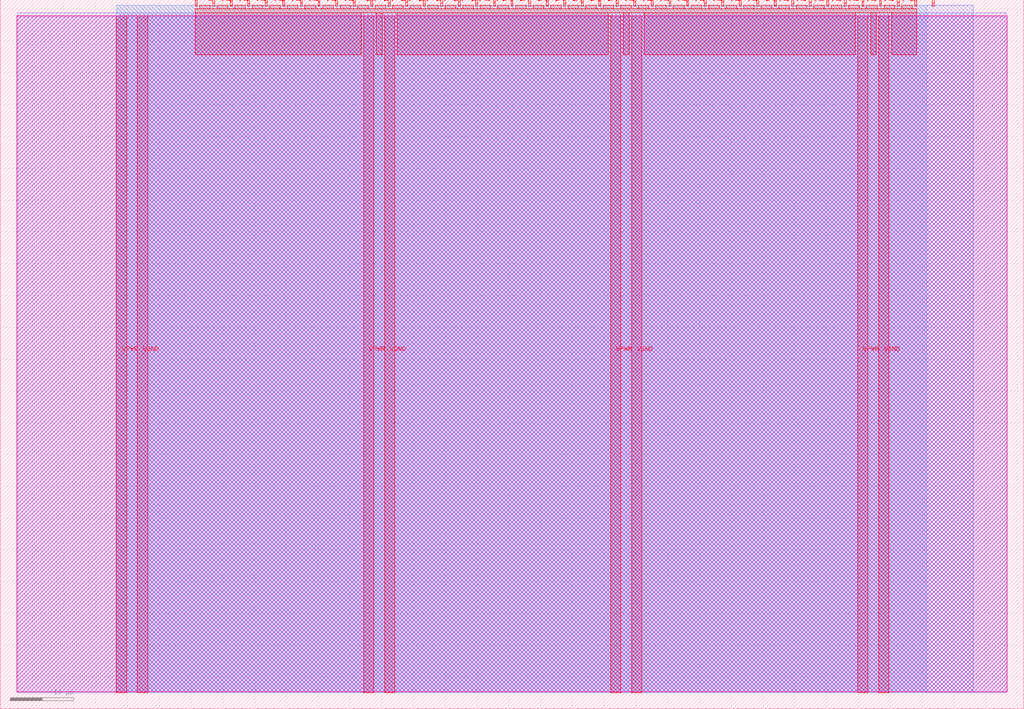
<source format=lef>
VERSION 5.7 ;
  NOWIREEXTENSIONATPIN ON ;
  DIVIDERCHAR "/" ;
  BUSBITCHARS "[]" ;
MACRO tt_um_htfab_checkers
  CLASS BLOCK ;
  FOREIGN tt_um_htfab_checkers ;
  ORIGIN 0.000 0.000 ;
  SIZE 161.000 BY 111.520 ;
  PIN VGND
    DIRECTION INOUT ;
    USE GROUND ;
    PORT
      LAYER met4 ;
        RECT 21.580 2.480 23.180 109.040 ;
    END
    PORT
      LAYER met4 ;
        RECT 60.450 2.480 62.050 109.040 ;
    END
    PORT
      LAYER met4 ;
        RECT 99.320 2.480 100.920 109.040 ;
    END
    PORT
      LAYER met4 ;
        RECT 138.190 2.480 139.790 109.040 ;
    END
  END VGND
  PIN VPWR
    DIRECTION INOUT ;
    USE POWER ;
    PORT
      LAYER met4 ;
        RECT 18.280 2.480 19.880 109.040 ;
    END
    PORT
      LAYER met4 ;
        RECT 57.150 2.480 58.750 109.040 ;
    END
    PORT
      LAYER met4 ;
        RECT 96.020 2.480 97.620 109.040 ;
    END
    PORT
      LAYER met4 ;
        RECT 134.890 2.480 136.490 109.040 ;
    END
  END VPWR
  PIN clk
    DIRECTION INPUT ;
    USE SIGNAL ;
    ANTENNAGATEAREA 0.852000 ;
    PORT
      LAYER met4 ;
        RECT 143.830 110.520 144.130 111.520 ;
    END
  END clk
  PIN ena
    DIRECTION INPUT ;
    USE SIGNAL ;
    PORT
      LAYER met4 ;
        RECT 146.590 110.520 146.890 111.520 ;
    END
  END ena
  PIN rst_n
    DIRECTION INPUT ;
    USE SIGNAL ;
    ANTENNAGATEAREA 0.196500 ;
    PORT
      LAYER met4 ;
        RECT 141.070 110.520 141.370 111.520 ;
    END
  END rst_n
  PIN ui_in[0]
    DIRECTION INPUT ;
    USE SIGNAL ;
    ANTENNAGATEAREA 0.196500 ;
    PORT
      LAYER met4 ;
        RECT 138.310 110.520 138.610 111.520 ;
    END
  END ui_in[0]
  PIN ui_in[1]
    DIRECTION INPUT ;
    USE SIGNAL ;
    ANTENNAGATEAREA 0.213000 ;
    PORT
      LAYER met4 ;
        RECT 135.550 110.520 135.850 111.520 ;
    END
  END ui_in[1]
  PIN ui_in[2]
    DIRECTION INPUT ;
    USE SIGNAL ;
    ANTENNAGATEAREA 0.213000 ;
    PORT
      LAYER met4 ;
        RECT 132.790 110.520 133.090 111.520 ;
    END
  END ui_in[2]
  PIN ui_in[3]
    DIRECTION INPUT ;
    USE SIGNAL ;
    ANTENNAGATEAREA 0.196500 ;
    PORT
      LAYER met4 ;
        RECT 130.030 110.520 130.330 111.520 ;
    END
  END ui_in[3]
  PIN ui_in[4]
    DIRECTION INPUT ;
    USE SIGNAL ;
    ANTENNAGATEAREA 0.196500 ;
    PORT
      LAYER met4 ;
        RECT 127.270 110.520 127.570 111.520 ;
    END
  END ui_in[4]
  PIN ui_in[5]
    DIRECTION INPUT ;
    USE SIGNAL ;
    ANTENNAGATEAREA 0.196500 ;
    PORT
      LAYER met4 ;
        RECT 124.510 110.520 124.810 111.520 ;
    END
  END ui_in[5]
  PIN ui_in[6]
    DIRECTION INPUT ;
    USE SIGNAL ;
    ANTENNAGATEAREA 0.196500 ;
    PORT
      LAYER met4 ;
        RECT 121.750 110.520 122.050 111.520 ;
    END
  END ui_in[6]
  PIN ui_in[7]
    DIRECTION INPUT ;
    USE SIGNAL ;
    ANTENNAGATEAREA 0.126000 ;
    PORT
      LAYER met4 ;
        RECT 118.990 110.520 119.290 111.520 ;
    END
  END ui_in[7]
  PIN uio_in[0]
    DIRECTION INPUT ;
    USE SIGNAL ;
    PORT
      LAYER met4 ;
        RECT 116.230 110.520 116.530 111.520 ;
    END
  END uio_in[0]
  PIN uio_in[1]
    DIRECTION INPUT ;
    USE SIGNAL ;
    PORT
      LAYER met4 ;
        RECT 113.470 110.520 113.770 111.520 ;
    END
  END uio_in[1]
  PIN uio_in[2]
    DIRECTION INPUT ;
    USE SIGNAL ;
    PORT
      LAYER met4 ;
        RECT 110.710 110.520 111.010 111.520 ;
    END
  END uio_in[2]
  PIN uio_in[3]
    DIRECTION INPUT ;
    USE SIGNAL ;
    PORT
      LAYER met4 ;
        RECT 107.950 110.520 108.250 111.520 ;
    END
  END uio_in[3]
  PIN uio_in[4]
    DIRECTION INPUT ;
    USE SIGNAL ;
    PORT
      LAYER met4 ;
        RECT 105.190 110.520 105.490 111.520 ;
    END
  END uio_in[4]
  PIN uio_in[5]
    DIRECTION INPUT ;
    USE SIGNAL ;
    PORT
      LAYER met4 ;
        RECT 102.430 110.520 102.730 111.520 ;
    END
  END uio_in[5]
  PIN uio_in[6]
    DIRECTION INPUT ;
    USE SIGNAL ;
    PORT
      LAYER met4 ;
        RECT 99.670 110.520 99.970 111.520 ;
    END
  END uio_in[6]
  PIN uio_in[7]
    DIRECTION INPUT ;
    USE SIGNAL ;
    PORT
      LAYER met4 ;
        RECT 96.910 110.520 97.210 111.520 ;
    END
  END uio_in[7]
  PIN uio_oe[0]
    DIRECTION OUTPUT ;
    USE SIGNAL ;
    PORT
      LAYER met4 ;
        RECT 49.990 110.520 50.290 111.520 ;
    END
  END uio_oe[0]
  PIN uio_oe[1]
    DIRECTION OUTPUT ;
    USE SIGNAL ;
    PORT
      LAYER met4 ;
        RECT 47.230 110.520 47.530 111.520 ;
    END
  END uio_oe[1]
  PIN uio_oe[2]
    DIRECTION OUTPUT ;
    USE SIGNAL ;
    PORT
      LAYER met4 ;
        RECT 44.470 110.520 44.770 111.520 ;
    END
  END uio_oe[2]
  PIN uio_oe[3]
    DIRECTION OUTPUT ;
    USE SIGNAL ;
    PORT
      LAYER met4 ;
        RECT 41.710 110.520 42.010 111.520 ;
    END
  END uio_oe[3]
  PIN uio_oe[4]
    DIRECTION OUTPUT ;
    USE SIGNAL ;
    PORT
      LAYER met4 ;
        RECT 38.950 110.520 39.250 111.520 ;
    END
  END uio_oe[4]
  PIN uio_oe[5]
    DIRECTION OUTPUT ;
    USE SIGNAL ;
    PORT
      LAYER met4 ;
        RECT 36.190 110.520 36.490 111.520 ;
    END
  END uio_oe[5]
  PIN uio_oe[6]
    DIRECTION OUTPUT ;
    USE SIGNAL ;
    PORT
      LAYER met4 ;
        RECT 33.430 110.520 33.730 111.520 ;
    END
  END uio_oe[6]
  PIN uio_oe[7]
    DIRECTION OUTPUT ;
    USE SIGNAL ;
    PORT
      LAYER met4 ;
        RECT 30.670 110.520 30.970 111.520 ;
    END
  END uio_oe[7]
  PIN uio_out[0]
    DIRECTION OUTPUT ;
    USE SIGNAL ;
    PORT
      LAYER met4 ;
        RECT 72.070 110.520 72.370 111.520 ;
    END
  END uio_out[0]
  PIN uio_out[1]
    DIRECTION OUTPUT ;
    USE SIGNAL ;
    PORT
      LAYER met4 ;
        RECT 69.310 110.520 69.610 111.520 ;
    END
  END uio_out[1]
  PIN uio_out[2]
    DIRECTION OUTPUT ;
    USE SIGNAL ;
    PORT
      LAYER met4 ;
        RECT 66.550 110.520 66.850 111.520 ;
    END
  END uio_out[2]
  PIN uio_out[3]
    DIRECTION OUTPUT ;
    USE SIGNAL ;
    PORT
      LAYER met4 ;
        RECT 63.790 110.520 64.090 111.520 ;
    END
  END uio_out[3]
  PIN uio_out[4]
    DIRECTION OUTPUT ;
    USE SIGNAL ;
    PORT
      LAYER met4 ;
        RECT 61.030 110.520 61.330 111.520 ;
    END
  END uio_out[4]
  PIN uio_out[5]
    DIRECTION OUTPUT ;
    USE SIGNAL ;
    PORT
      LAYER met4 ;
        RECT 58.270 110.520 58.570 111.520 ;
    END
  END uio_out[5]
  PIN uio_out[6]
    DIRECTION OUTPUT ;
    USE SIGNAL ;
    PORT
      LAYER met4 ;
        RECT 55.510 110.520 55.810 111.520 ;
    END
  END uio_out[6]
  PIN uio_out[7]
    DIRECTION OUTPUT ;
    USE SIGNAL ;
    PORT
      LAYER met4 ;
        RECT 52.750 110.520 53.050 111.520 ;
    END
  END uio_out[7]
  PIN uo_out[0]
    DIRECTION OUTPUT ;
    USE SIGNAL ;
    ANTENNADIFFAREA 0.453750 ;
    PORT
      LAYER met4 ;
        RECT 94.150 110.520 94.450 111.520 ;
    END
  END uo_out[0]
  PIN uo_out[1]
    DIRECTION OUTPUT ;
    USE SIGNAL ;
    ANTENNADIFFAREA 0.453750 ;
    PORT
      LAYER met4 ;
        RECT 91.390 110.520 91.690 111.520 ;
    END
  END uo_out[1]
  PIN uo_out[2]
    DIRECTION OUTPUT ;
    USE SIGNAL ;
    ANTENNADIFFAREA 0.453750 ;
    PORT
      LAYER met4 ;
        RECT 88.630 110.520 88.930 111.520 ;
    END
  END uo_out[2]
  PIN uo_out[3]
    DIRECTION OUTPUT ;
    USE SIGNAL ;
    ANTENNADIFFAREA 0.445500 ;
    PORT
      LAYER met4 ;
        RECT 85.870 110.520 86.170 111.520 ;
    END
  END uo_out[3]
  PIN uo_out[4]
    DIRECTION OUTPUT ;
    USE SIGNAL ;
    ANTENNADIFFAREA 0.891000 ;
    PORT
      LAYER met4 ;
        RECT 83.110 110.520 83.410 111.520 ;
    END
  END uo_out[4]
  PIN uo_out[5]
    DIRECTION OUTPUT ;
    USE SIGNAL ;
    ANTENNADIFFAREA 0.891000 ;
    PORT
      LAYER met4 ;
        RECT 80.350 110.520 80.650 111.520 ;
    END
  END uo_out[5]
  PIN uo_out[6]
    DIRECTION OUTPUT ;
    USE SIGNAL ;
    ANTENNADIFFAREA 0.891000 ;
    PORT
      LAYER met4 ;
        RECT 77.590 110.520 77.890 111.520 ;
    END
  END uo_out[6]
  PIN uo_out[7]
    DIRECTION OUTPUT ;
    USE SIGNAL ;
    ANTENNADIFFAREA 0.445500 ;
    PORT
      LAYER met4 ;
        RECT 74.830 110.520 75.130 111.520 ;
    END
  END uo_out[7]
  OBS
      LAYER nwell ;
        RECT 2.570 2.635 158.430 108.990 ;
      LAYER li1 ;
        RECT 2.760 2.635 158.240 108.885 ;
      LAYER met1 ;
        RECT 2.760 2.480 158.240 109.440 ;
      LAYER met2 ;
        RECT 18.310 2.535 153.080 110.685 ;
      LAYER met3 ;
        RECT 18.290 2.555 145.755 110.665 ;
      LAYER met4 ;
        RECT 31.370 110.120 33.030 110.665 ;
        RECT 34.130 110.120 35.790 110.665 ;
        RECT 36.890 110.120 38.550 110.665 ;
        RECT 39.650 110.120 41.310 110.665 ;
        RECT 42.410 110.120 44.070 110.665 ;
        RECT 45.170 110.120 46.830 110.665 ;
        RECT 47.930 110.120 49.590 110.665 ;
        RECT 50.690 110.120 52.350 110.665 ;
        RECT 53.450 110.120 55.110 110.665 ;
        RECT 56.210 110.120 57.870 110.665 ;
        RECT 58.970 110.120 60.630 110.665 ;
        RECT 61.730 110.120 63.390 110.665 ;
        RECT 64.490 110.120 66.150 110.665 ;
        RECT 67.250 110.120 68.910 110.665 ;
        RECT 70.010 110.120 71.670 110.665 ;
        RECT 72.770 110.120 74.430 110.665 ;
        RECT 75.530 110.120 77.190 110.665 ;
        RECT 78.290 110.120 79.950 110.665 ;
        RECT 81.050 110.120 82.710 110.665 ;
        RECT 83.810 110.120 85.470 110.665 ;
        RECT 86.570 110.120 88.230 110.665 ;
        RECT 89.330 110.120 90.990 110.665 ;
        RECT 92.090 110.120 93.750 110.665 ;
        RECT 94.850 110.120 96.510 110.665 ;
        RECT 97.610 110.120 99.270 110.665 ;
        RECT 100.370 110.120 102.030 110.665 ;
        RECT 103.130 110.120 104.790 110.665 ;
        RECT 105.890 110.120 107.550 110.665 ;
        RECT 108.650 110.120 110.310 110.665 ;
        RECT 111.410 110.120 113.070 110.665 ;
        RECT 114.170 110.120 115.830 110.665 ;
        RECT 116.930 110.120 118.590 110.665 ;
        RECT 119.690 110.120 121.350 110.665 ;
        RECT 122.450 110.120 124.110 110.665 ;
        RECT 125.210 110.120 126.870 110.665 ;
        RECT 127.970 110.120 129.630 110.665 ;
        RECT 130.730 110.120 132.390 110.665 ;
        RECT 133.490 110.120 135.150 110.665 ;
        RECT 136.250 110.120 137.910 110.665 ;
        RECT 139.010 110.120 140.670 110.665 ;
        RECT 141.770 110.120 143.430 110.665 ;
        RECT 30.655 109.440 144.145 110.120 ;
        RECT 30.655 102.855 56.750 109.440 ;
        RECT 59.150 102.855 60.050 109.440 ;
        RECT 62.450 102.855 95.620 109.440 ;
        RECT 98.020 102.855 98.920 109.440 ;
        RECT 101.320 102.855 134.490 109.440 ;
        RECT 136.890 102.855 137.790 109.440 ;
        RECT 140.190 102.855 144.145 109.440 ;
  END
END tt_um_htfab_checkers
END LIBRARY


</source>
